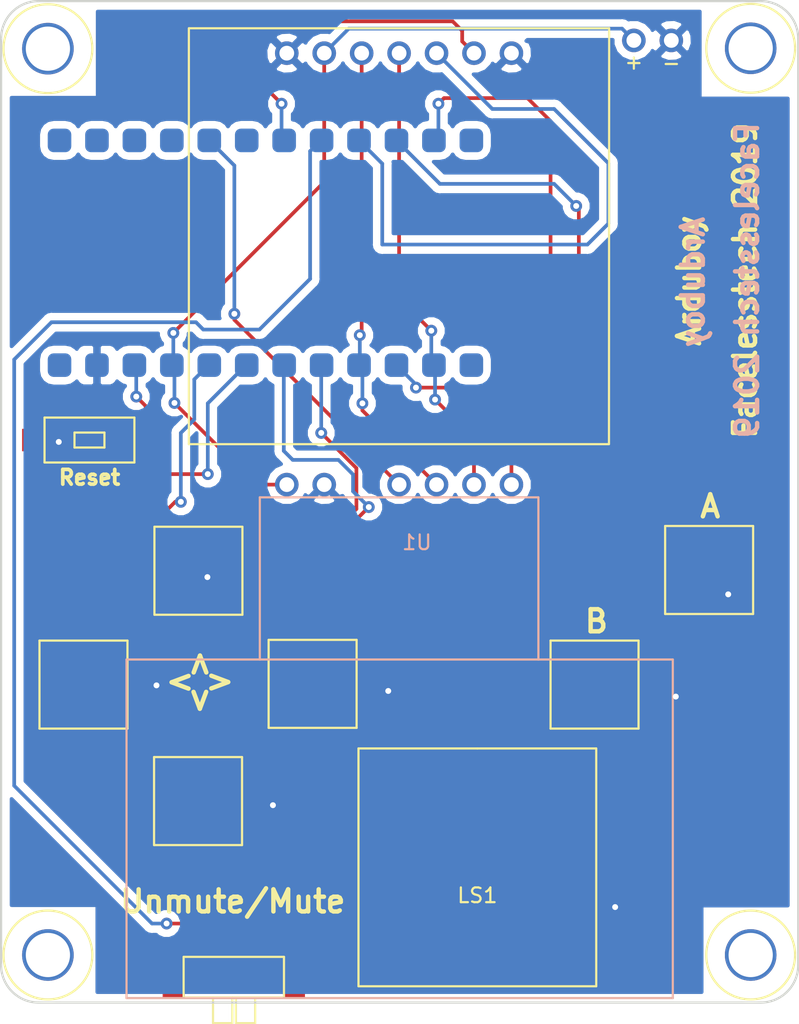
<source format=kicad_pcb>
(kicad_pcb (version 20171130) (host pcbnew 5.0.2+dfsg1-1~bpo9+1)

  (general
    (thickness 1.6)
    (drawings 20)
    (tracks 161)
    (zones 0)
    (modules 17)
    (nets 31)
  )

  (page A4)
  (layers
    (0 F.Cu signal)
    (31 B.Cu signal)
    (32 B.Adhes user)
    (33 F.Adhes user)
    (34 B.Paste user)
    (35 F.Paste user)
    (36 B.SilkS user)
    (37 F.SilkS user)
    (38 B.Mask user)
    (39 F.Mask user)
    (40 Dwgs.User user)
    (41 Cmts.User user)
    (42 Eco1.User user)
    (43 Eco2.User user)
    (44 Edge.Cuts user)
    (45 Margin user)
    (46 B.CrtYd user)
    (47 F.CrtYd user)
    (48 B.Fab user)
    (49 F.Fab user)
  )

  (setup
    (last_trace_width 0.25)
    (trace_clearance 0.2)
    (zone_clearance 0.508)
    (zone_45_only no)
    (trace_min 0.2)
    (segment_width 0.2)
    (edge_width 0.15)
    (via_size 0.8)
    (via_drill 0.4)
    (via_min_size 0.4)
    (via_min_drill 0.3)
    (uvia_size 0.3)
    (uvia_drill 0.1)
    (uvias_allowed no)
    (uvia_min_size 0.2)
    (uvia_min_drill 0.1)
    (pcb_text_width 0.3)
    (pcb_text_size 1.5 1.5)
    (mod_edge_width 0.15)
    (mod_text_size 1 1)
    (mod_text_width 0.15)
    (pad_size 1.524 1.524)
    (pad_drill 0.762)
    (pad_to_mask_clearance 0.051)
    (solder_mask_min_width 0.25)
    (aux_axis_origin 0 0)
    (visible_elements FFFFFF7F)
    (pcbplotparams
      (layerselection 0x010f0_ffffffff)
      (usegerberextensions false)
      (usegerberattributes false)
      (usegerberadvancedattributes false)
      (creategerberjobfile false)
      (excludeedgelayer true)
      (linewidth 0.100000)
      (plotframeref false)
      (viasonmask false)
      (mode 1)
      (useauxorigin false)
      (hpglpennumber 1)
      (hpglpenspeed 20)
      (hpglpendiameter 15.000000)
      (psnegative false)
      (psa4output false)
      (plotreference true)
      (plotvalue true)
      (plotinvisibletext false)
      (padsonsilk false)
      (subtractmaskfromsilk false)
      (outputformat 1)
      (mirror false)
      (drillshape 0)
      (scaleselection 1)
      (outputdirectory "gerbers/"))
  )

  (net 0 "")
  (net 1 "Net-(U1-Pad3)")
  (net 2 "Net-(LS1-Pad1)")
  (net 3 "Net-(U1-Pad5)")
  (net 4 "Net-(U1-Pad6)")
  (net 5 "Net-(U1-Pad1)")
  (net 6 "Net-(LS1-Pad2)")
  (net 7 "Net-(SW1-Pad1)")
  (net 8 "Net-(SW2-Pad2)")
  (net 9 "Net-(SW3-Pad2)")
  (net 10 "Net-(SW4-Pad2)")
  (net 11 "Net-(SW5-Pad2)")
  (net 12 "Net-(SW6-Pad2)")
  (net 13 "Net-(SW7-Pad2)")
  (net 14 "Net-(SW8-Pad1)")
  (net 15 "Net-(U3-Pad1)")
  (net 16 "Net-(U3-Pad2)")
  (net 17 "Net-(U3-Pad3)")
  (net 18 "Net-(U3-Pad4)")
  (net 19 "Net-(U3-Pad6)")
  (net 20 "Net-(U3-Pad7)")
  (net 21 "Net-(U3-Pad9)")
  (net 22 "Net-(U3-Pad12)")
  (net 23 "Net-(U3-Pad13)")
  (net 24 "Net-(U3-Pad24)")
  (net 25 "Net-(SW1-Pad3)")
  (net 26 "Net-(U1-Pad4)")
  (net 27 "Net-(U2-Pad1)")
  (net 28 "Net-(U5-Pad1)")
  (net 29 "Net-(U6-Pad1)")
  (net 30 "Net-(U7-Pad1)")

  (net_class Default "This is the default net class."
    (clearance 0.2)
    (trace_width 0.25)
    (via_dia 0.8)
    (via_drill 0.4)
    (uvia_dia 0.3)
    (uvia_drill 0.1)
    (add_net "Net-(LS1-Pad1)")
    (add_net "Net-(LS1-Pad2)")
    (add_net "Net-(SW1-Pad1)")
    (add_net "Net-(SW1-Pad3)")
    (add_net "Net-(SW2-Pad2)")
    (add_net "Net-(SW3-Pad2)")
    (add_net "Net-(SW4-Pad2)")
    (add_net "Net-(SW5-Pad2)")
    (add_net "Net-(SW6-Pad2)")
    (add_net "Net-(SW7-Pad2)")
    (add_net "Net-(SW8-Pad1)")
    (add_net "Net-(U1-Pad1)")
    (add_net "Net-(U1-Pad3)")
    (add_net "Net-(U1-Pad4)")
    (add_net "Net-(U1-Pad5)")
    (add_net "Net-(U1-Pad6)")
    (add_net "Net-(U2-Pad1)")
    (add_net "Net-(U3-Pad1)")
    (add_net "Net-(U3-Pad12)")
    (add_net "Net-(U3-Pad13)")
    (add_net "Net-(U3-Pad2)")
    (add_net "Net-(U3-Pad24)")
    (add_net "Net-(U3-Pad3)")
    (add_net "Net-(U3-Pad4)")
    (add_net "Net-(U3-Pad6)")
    (add_net "Net-(U3-Pad7)")
    (add_net "Net-(U3-Pad9)")
    (add_net "Net-(U5-Pad1)")
    (add_net "Net-(U6-Pad1)")
    (add_net "Net-(U7-Pad1)")
  )

  (module arduboy_flashcart_port:arduboy_flashcart_port_flashcart_outline (layer B.Cu) (tedit 5CE91003) (tstamp 5CF0BEF8)
    (at 214.5157 88.1126)
    (path /5CE35D7F)
    (fp_text reference U1 (at -0.0889 3.9243) (layer B.SilkS)
      (effects (font (size 1 1) (thickness 0.15)) (justify mirror))
    )
    (fp_text value arduboy_flashcart_header_custom (at -0.0254 2.3241) (layer B.Fab) hide
      (effects (font (size 1 1) (thickness 0.15)) (justify mirror))
    )
    (fp_line (start -10.7442 0.8636) (end -10.7442 11.8618) (layer B.SilkS) (width 0.15))
    (fp_line (start 8.1534 0.8636) (end 8.1534 11.8618) (layer B.SilkS) (width 0.15))
    (fp_line (start -10.7442 0.8636) (end 8.1534 0.8636) (layer B.SilkS) (width 0.15))
    (fp_line (start -10.7442 11.8618) (end 8.1534 11.8618) (layer B.SilkS) (width 0.15))
    (fp_line (start -10.7315 11.8618) (end -19.7866 11.8618) (layer B.SilkS) (width 0.15))
    (fp_line (start -19.7866 11.8618) (end -19.7866 34.8234) (layer B.SilkS) (width 0.15))
    (fp_line (start 8.1534 11.8618) (end 17.272 11.8618) (layer B.SilkS) (width 0.15))
    (fp_line (start 17.272 11.8618) (end 17.272 34.8234) (layer B.SilkS) (width 0.15))
    (fp_line (start 17.272 34.8234) (end -19.7866 34.8234) (layer B.SilkS) (width 0.15))
    (pad 3 thru_hole circle (at -1.2954 0) (size 1.6 1.6) (drill 1) (layers *.Cu *.Mask)
      (net 1 "Net-(U1-Pad3)"))
    (pad 4 thru_hole circle (at 1.2446 0) (size 1.6 1.6) (drill 1) (layers *.Cu *.Mask)
      (net 26 "Net-(U1-Pad4)"))
    (pad 5 thru_hole circle (at 3.7846 0) (size 1.6 1.6) (drill 1) (layers *.Cu *.Mask)
      (net 3 "Net-(U1-Pad5)"))
    (pad 6 thru_hole circle (at 6.3246 0) (size 1.6 1.6) (drill 1) (layers *.Cu *.Mask)
      (net 4 "Net-(U1-Pad6)"))
    (pad 1 thru_hole circle (at -8.9154 0) (size 1.6 1.6) (drill 1) (layers *.Cu *.Mask)
      (net 5 "Net-(U1-Pad1)"))
    (pad 2 thru_hole circle (at -6.3754 0) (size 1.6 1.6) (drill 1) (layers *.Cu *.Mask)
      (net 2 "Net-(LS1-Pad1)"))
  )

  (module speakers:piezo_smd (layer F.Cu) (tedit 5BC21BD9) (tstamp 5CF0A407)
    (at 218.5289 114.0714)
    (path /5CD88073)
    (fp_text reference LS1 (at 0 1.905) (layer F.SilkS)
      (effects (font (size 1 1) (thickness 0.15)))
    )
    (fp_text value Speaker (at 0 -2.6035) (layer F.Fab)
      (effects (font (size 1 1) (thickness 0.15)))
    )
    (fp_line (start 0 -8.0645) (end 8.0645 -8.0645) (layer F.SilkS) (width 0.15))
    (fp_line (start 8.0645 -8.0645) (end 8.0645 8.0645) (layer F.SilkS) (width 0.15))
    (fp_line (start 8.0645 8.0645) (end -8.0645 8.0645) (layer F.SilkS) (width 0.15))
    (fp_line (start -8.0645 8.0645) (end -8.0645 -8.0645) (layer F.SilkS) (width 0.15))
    (fp_line (start -8.0645 -8.0645) (end 0 -8.0645) (layer F.SilkS) (width 0.15))
    (pad 1 smd rect (at 8.3185 -0.0635) (size 1.524 3) (layers F.Cu F.Paste F.Mask)
      (net 2 "Net-(LS1-Pad1)"))
    (pad 2 smd rect (at -8.382 -0.0635) (size 1.524 3) (layers F.Cu F.Paste F.Mask)
      (net 6 "Net-(LS1-Pad2)"))
  )

  (module buttons_custom:smd_soft_custom (layer F.Cu) (tedit 5CE91019) (tstamp 5CFC965C)
    (at 191.8081 101.6762)
    (path /5CD8EF53)
    (fp_text reference SW2 (at 0 6.0325) (layer F.SilkS) hide
      (effects (font (size 1 1) (thickness 0.15)))
    )
    (fp_text value SW_Push (at 0 -4.826) (layer F.Fab) hide
      (effects (font (size 1 1) (thickness 0.15)))
    )
    (fp_line (start -2.9845 -2.9845) (end 2.9845 -2.9845) (layer F.SilkS) (width 0.15))
    (fp_line (start 2.9845 -2.9845) (end 2.9845 2.9845) (layer F.SilkS) (width 0.15))
    (fp_line (start 2.9845 2.9845) (end -2.9845 2.9845) (layer F.SilkS) (width 0.15))
    (fp_line (start -2.9845 2.9845) (end -2.9845 -2.9845) (layer F.SilkS) (width 0.15))
    (pad 1 smd rect (at 2.9845 0 90) (size 1.5 2) (layers F.Cu F.Paste F.Mask)
      (net 2 "Net-(LS1-Pad1)"))
    (pad 2 smd rect (at -2.9845 0 90) (size 1.5 2) (layers F.Cu F.Paste F.Mask)
      (net 8 "Net-(SW2-Pad2)"))
  )

  (module buttons_custom:smd_soft_custom (layer F.Cu) (tedit 5CE9101F) (tstamp 5CF607C7)
    (at 199.6059 93.9546)
    (path /5CD8EE64)
    (fp_text reference SW3 (at 0 6.0325) (layer F.SilkS) hide
      (effects (font (size 1 1) (thickness 0.15)))
    )
    (fp_text value SW_Push (at 0 -4.826) (layer F.Fab) hide
      (effects (font (size 1 1) (thickness 0.15)))
    )
    (fp_line (start -2.9845 -2.9845) (end 2.9845 -2.9845) (layer F.SilkS) (width 0.15))
    (fp_line (start 2.9845 -2.9845) (end 2.9845 2.9845) (layer F.SilkS) (width 0.15))
    (fp_line (start 2.9845 2.9845) (end -2.9845 2.9845) (layer F.SilkS) (width 0.15))
    (fp_line (start -2.9845 2.9845) (end -2.9845 -2.9845) (layer F.SilkS) (width 0.15))
    (pad 1 smd rect (at 2.9845 0 90) (size 1.5 2) (layers F.Cu F.Paste F.Mask)
      (net 2 "Net-(LS1-Pad1)"))
    (pad 2 smd rect (at -2.9845 0 90) (size 1.5 2) (layers F.Cu F.Paste F.Mask)
      (net 9 "Net-(SW3-Pad2)"))
  )

  (module buttons_custom:smd_soft_custom (layer F.Cu) (tedit 5CE91014) (tstamp 5CF0BDC3)
    (at 199.5805 109.5756)
    (path /5CD8EEE1)
    (fp_text reference SW4 (at 0 6.0325) (layer F.SilkS) hide
      (effects (font (size 1 1) (thickness 0.15)))
    )
    (fp_text value SW_Push (at 0 -4.826) (layer F.Fab) hide
      (effects (font (size 1 1) (thickness 0.15)))
    )
    (fp_line (start -2.9845 2.9845) (end -2.9845 -2.9845) (layer F.SilkS) (width 0.15))
    (fp_line (start 2.9845 2.9845) (end -2.9845 2.9845) (layer F.SilkS) (width 0.15))
    (fp_line (start 2.9845 -2.9845) (end 2.9845 2.9845) (layer F.SilkS) (width 0.15))
    (fp_line (start -2.9845 -2.9845) (end 2.9845 -2.9845) (layer F.SilkS) (width 0.15))
    (pad 2 smd rect (at -2.9845 0 90) (size 1.5 2) (layers F.Cu F.Paste F.Mask)
      (net 10 "Net-(SW4-Pad2)"))
    (pad 1 smd rect (at 2.9845 0 90) (size 1.5 2) (layers F.Cu F.Paste F.Mask)
      (net 2 "Net-(LS1-Pad1)"))
  )

  (module buttons_custom:smd_soft_custom (layer F.Cu) (tedit 5CE91025) (tstamp 5CF60853)
    (at 207.3529 101.6254)
    (path /5CD8EF8F)
    (fp_text reference SW5 (at 0 6.0325) (layer F.SilkS) hide
      (effects (font (size 1 1) (thickness 0.15)))
    )
    (fp_text value SW_Push (at 0 -4.826) (layer F.Fab) hide
      (effects (font (size 1 1) (thickness 0.15)))
    )
    (fp_line (start -2.9845 2.9845) (end -2.9845 -2.9845) (layer F.SilkS) (width 0.15))
    (fp_line (start 2.9845 2.9845) (end -2.9845 2.9845) (layer F.SilkS) (width 0.15))
    (fp_line (start 2.9845 -2.9845) (end 2.9845 2.9845) (layer F.SilkS) (width 0.15))
    (fp_line (start -2.9845 -2.9845) (end 2.9845 -2.9845) (layer F.SilkS) (width 0.15))
    (pad 2 smd rect (at -2.9845 0 90) (size 1.5 2) (layers F.Cu F.Paste F.Mask)
      (net 11 "Net-(SW5-Pad2)"))
    (pad 1 smd rect (at 2.9845 0 90) (size 1.5 2) (layers F.Cu F.Paste F.Mask)
      (net 2 "Net-(LS1-Pad1)"))
  )

  (module buttons_custom:smd_soft_custom (layer F.Cu) (tedit 5CE91059) (tstamp 5CFC9592)
    (at 226.4791 101.6762)
    (path /5CD8EFD1)
    (fp_text reference SW6 (at 0 6.0325) (layer F.SilkS) hide
      (effects (font (size 1 1) (thickness 0.15)))
    )
    (fp_text value SW_Push (at 0 -4.826) (layer F.Fab) hide
      (effects (font (size 1 1) (thickness 0.15)))
    )
    (fp_line (start -2.9845 -2.9845) (end 2.9845 -2.9845) (layer F.SilkS) (width 0.15))
    (fp_line (start 2.9845 -2.9845) (end 2.9845 2.9845) (layer F.SilkS) (width 0.15))
    (fp_line (start 2.9845 2.9845) (end -2.9845 2.9845) (layer F.SilkS) (width 0.15))
    (fp_line (start -2.9845 2.9845) (end -2.9845 -2.9845) (layer F.SilkS) (width 0.15))
    (pad 1 smd rect (at 2.9845 0 90) (size 1.5 2) (layers F.Cu F.Paste F.Mask)
      (net 2 "Net-(LS1-Pad1)"))
    (pad 2 smd rect (at -2.9845 0 90) (size 1.5 2) (layers F.Cu F.Paste F.Mask)
      (net 12 "Net-(SW6-Pad2)"))
  )

  (module buttons_custom:smd_soft_custom (layer F.Cu) (tedit 5CE9105D) (tstamp 5CF609B3)
    (at 234.2515 93.9038)
    (path /5CD8F01F)
    (fp_text reference SW7 (at 0 6.0325) (layer F.SilkS) hide
      (effects (font (size 1 1) (thickness 0.15)))
    )
    (fp_text value SW_Push (at 0 -4.826) (layer F.Fab) hide
      (effects (font (size 1 1) (thickness 0.15)))
    )
    (fp_line (start -2.9845 2.9845) (end -2.9845 -2.9845) (layer F.SilkS) (width 0.15))
    (fp_line (start 2.9845 2.9845) (end -2.9845 2.9845) (layer F.SilkS) (width 0.15))
    (fp_line (start 2.9845 -2.9845) (end 2.9845 2.9845) (layer F.SilkS) (width 0.15))
    (fp_line (start -2.9845 -2.9845) (end 2.9845 -2.9845) (layer F.SilkS) (width 0.15))
    (pad 2 smd rect (at -2.9845 0 90) (size 1.5 2) (layers F.Cu F.Paste F.Mask)
      (net 13 "Net-(SW7-Pad2)"))
    (pad 1 smd rect (at 2.9845 0 90) (size 1.5 2) (layers F.Cu F.Paste F.Mask)
      (net 2 "Net-(LS1-Pad1)"))
  )

  (module buttons_custom:tiny_smd_slide_switch_custom (layer F.Cu) (tedit 5CE58916) (tstamp 5CF0A6F4)
    (at 199.6567 120.142)
    (path /5CD8B4D8)
    (fp_text reference SW1 (at 2.4003 -5.08) (layer F.SilkS) hide
      (effects (font (size 1 1) (thickness 0.15)))
    )
    (fp_text value SW_Push_SPDT (at 2.2352 -3.2639) (layer F.Fab) hide
      (effects (font (size 1 1) (thickness 0.15)))
    )
    (fp_line (start -1.0541 0) (end 5.7531 0) (layer F.SilkS) (width 0.15))
    (fp_line (start 5.7531 0) (end 5.7531 2.7559) (layer F.SilkS) (width 0.15))
    (fp_line (start -1.0541 0) (end -1.0541 2.7559) (layer F.SilkS) (width 0.15))
    (fp_line (start -1.0541 2.7559) (end 5.7531 2.7559) (layer F.SilkS) (width 0.15))
    (fp_line (start 2.4892 2.7686) (end 2.4892 4.4831) (layer F.SilkS) (width 0.15))
    (fp_line (start 2.4892 4.4958) (end 3.7973 4.4958) (layer F.SilkS) (width 0.15))
    (fp_line (start 3.7973 4.4958) (end 3.7973 2.7686) (layer F.SilkS) (width 0.15))
    (fp_line (start 2.2479 2.7559) (end 2.2479 4.4958) (layer F.SilkS) (width 0.15))
    (fp_line (start 2.2479 4.4958) (end 0.9398 4.4958) (layer F.SilkS) (width 0.15))
    (fp_line (start 0.9398 4.4958) (end 0.9398 2.7559) (layer F.SilkS) (width 0.15))
    (pad 1 smd rect (at 0 -1.0033) (size 0.8 2) (layers F.Cu F.Paste F.Mask)
      (net 7 "Net-(SW1-Pad1)"))
    (pad 3 smd rect (at 4.7117 -1.0033) (size 0.8 2) (layers F.Cu F.Paste F.Mask)
      (net 25 "Net-(SW1-Pad3)"))
    (pad 2 smd rect (at 3.0099 -1.0033) (size 0.8 2) (layers F.Cu F.Paste F.Mask)
      (net 6 "Net-(LS1-Pad2)"))
    (pad 4 smd rect (at 6.4389 0.3302 90) (size 0.8 1.5) (layers F.Cu F.Paste F.Mask))
    (pad 4 smd rect (at 6.4262 2.4384 90) (size 0.8 1.5) (layers F.Cu F.Paste F.Mask))
    (pad 4 smd rect (at -1.7272 0.3175 90) (size 0.8 1.5) (layers F.Cu F.Paste F.Mask))
    (pad 4 smd rect (at -1.7272 2.4384 90) (size 0.8 1.5) (layers F.Cu F.Paste F.Mask))
  )

  (module buttons_custom:SMD_2pin_button_custom (layer F.Cu) (tedit 5CE90FFC) (tstamp 5CF6091F)
    (at 192.2145 85.09)
    (path /5CDC1B45)
    (fp_text reference SW8 (at 0 2.794) (layer F.SilkS) hide
      (effects (font (size 1 1) (thickness 0.15)))
    )
    (fp_text value SW_Push (at 0 -2.794) (layer F.Fab) hide
      (effects (font (size 1 1) (thickness 0.15)))
    )
    (fp_line (start -3.048 -1.524) (end 3.048 -1.524) (layer F.SilkS) (width 0.15))
    (fp_line (start 3.048 -1.524) (end 3.048 1.524) (layer F.SilkS) (width 0.15))
    (fp_line (start 3.048 1.524) (end -3.048 1.524) (layer F.SilkS) (width 0.15))
    (fp_line (start -3.048 1.524) (end -3.048 -1.524) (layer F.SilkS) (width 0.15))
    (fp_line (start -1.016 -0.508) (end 1.016 -0.508) (layer F.SilkS) (width 0.15))
    (fp_line (start 1.016 -0.508) (end 1.016 0.508) (layer F.SilkS) (width 0.15))
    (fp_line (start 1.016 0.508) (end -1.016 0.508) (layer F.SilkS) (width 0.15))
    (fp_line (start -1.016 0.508) (end -1.016 -0.508) (layer F.SilkS) (width 0.15))
    (pad 1 smd rect (at 3.81 0) (size 1.524 1.524) (layers F.Cu F.Paste F.Mask)
      (net 14 "Net-(SW8-Pad1)"))
    (pad 2 smd rect (at -3.81 0) (size 1.524 1.524) (layers F.Cu F.Paste F.Mask)
      (net 2 "Net-(LS1-Pad1)"))
  )

  (module screens:SSD1306_oled_screen (layer F.Cu) (tedit 5CE90FD3) (tstamp 5CF0BFE4)
    (at 213.2203 58.8518)
    (path /5CD700A5)
    (fp_text reference U4 (at -0.0127 -13.8938) (layer F.SilkS) hide
      (effects (font (size 1 1) (thickness 0.15)))
    )
    (fp_text value ssd1306 (at -0.6604 -19.05) (layer F.Fab) hide
      (effects (font (size 1 1) (thickness 0.15)))
    )
    (fp_line (start -14.2494 -1.6891) (end 14.2494 -1.6891) (layer F.SilkS) (width 0.15))
    (fp_line (start 14.2494 -1.6891) (end 14.2367 26.5176) (layer F.SilkS) (width 0.15))
    (fp_line (start -14.2621 -1.6891) (end -14.2621 26.5176) (layer F.SilkS) (width 0.15))
    (fp_line (start -14.2621 26.5176) (end 14.224 26.5176) (layer F.SilkS) (width 0.15))
    (pad 4 thru_hole circle (at 0 0) (size 1.6 1.6) (drill 1) (layers *.Cu *.Mask)
      (net 3 "Net-(U1-Pad5)"))
    (pad 3 thru_hole circle (at -2.54 0) (size 1.6 1.6) (drill 1) (layers *.Cu *.Mask)
      (net 26 "Net-(U1-Pad4)"))
    (pad 2 thru_hole circle (at -5.08 0) (size 1.6 1.6) (drill 1) (layers *.Cu *.Mask)
      (net 5 "Net-(U1-Pad1)"))
    (pad 1 thru_hole circle (at -7.62 0) (size 1.6 1.6) (drill 1) (layers *.Cu *.Mask)
      (net 2 "Net-(LS1-Pad1)"))
    (pad 5 thru_hole circle (at 2.54 0) (size 1.6 1.6) (drill 1) (layers *.Cu *.Mask)
      (net 21 "Net-(U3-Pad9)"))
    (pad 6 thru_hole circle (at 5.08 0) (size 1.6 1.6) (drill 1) (layers *.Cu *.Mask)
      (net 20 "Net-(U3-Pad7)"))
    (pad 7 thru_hole circle (at 7.62 0) (size 1.6 1.6) (drill 1) (layers *.Cu *.Mask)
      (net 2 "Net-(LS1-Pad1)"))
  )

  (module m3_hole_custom:m3_hole_custom (layer F.Cu) (tedit 5CE91036) (tstamp 5CFCA84E)
    (at 189.3951 120.015)
    (path /5CE49055)
    (fp_text reference U2 (at 0 2.921) (layer F.SilkS) hide
      (effects (font (size 1 1) (thickness 0.15)))
    )
    (fp_text value m3_standsoffs (at 0 -2.921) (layer F.Fab) hide
      (effects (font (size 1 1) (thickness 0.15)))
    )
    (fp_circle (center 0 0) (end 2.8575 0.9525) (layer F.SilkS) (width 0.15))
    (pad 1 thru_hole circle (at 0 0) (size 3.5 3.5) (drill 3) (layers *.Cu *.Mask)
      (net 27 "Net-(U2-Pad1)"))
  )

  (module m3_hole_custom:m3_hole_custom (layer F.Cu) (tedit 5CE90FF2) (tstamp 5CFCA762)
    (at 189.3951 58.547)
    (path /5CE4911B)
    (fp_text reference U5 (at 0 2.921) (layer F.SilkS) hide
      (effects (font (size 1 1) (thickness 0.15)))
    )
    (fp_text value m3_standsoffs (at 0 -2.921) (layer F.Fab) hide
      (effects (font (size 1 1) (thickness 0.15)))
    )
    (fp_circle (center 0 0) (end 2.8575 0.9525) (layer F.SilkS) (width 0.15))
    (pad 1 thru_hole circle (at 0 0) (size 3.5 3.5) (drill 3) (layers *.Cu *.Mask)
      (net 28 "Net-(U5-Pad1)"))
  )

  (module m3_hole_custom:m3_hole_custom (layer F.Cu) (tedit 5CE91049) (tstamp 5CFCA87E)
    (at 237.0709 120.015)
    (path /5CE49171)
    (fp_text reference U6 (at 0 2.921) (layer F.SilkS) hide
      (effects (font (size 1 1) (thickness 0.15)))
    )
    (fp_text value m3_standsoffs (at 0 -2.921) (layer F.Fab) hide
      (effects (font (size 1 1) (thickness 0.15)))
    )
    (fp_circle (center 0 0) (end 2.8575 0.9525) (layer F.SilkS) (width 0.15))
    (pad 1 thru_hole circle (at 0 0) (size 3.5 3.5) (drill 3) (layers *.Cu *.Mask)
      (net 29 "Net-(U6-Pad1)"))
  )

  (module m3_hole_custom:m3_hole_custom (layer F.Cu) (tedit 5CE90FDE) (tstamp 5CFCA7BB)
    (at 237.0709 58.5216)
    (path /5CE491A3)
    (fp_text reference U7 (at 0 2.921) (layer F.SilkS) hide
      (effects (font (size 1 1) (thickness 0.15)))
    )
    (fp_text value m3_standsoffs (at 0 -2.921) (layer F.Fab) hide
      (effects (font (size 1 1) (thickness 0.15)))
    )
    (fp_circle (center 0 0) (end 2.8575 0.9525) (layer F.SilkS) (width 0.15))
    (pad 1 thru_hole circle (at 0 0) (size 3.5 3.5) (drill 3) (layers *.Cu *.Mask)
      (net 30 "Net-(U7-Pad1)"))
  )

  (module battery_connector_custom:battery_connector_custom (layer F.Cu) (tedit 5CE90FDB) (tstamp 5CFCA6C2)
    (at 230.4161 57.9882 180)
    (path /5CE4C8F0)
    (fp_text reference U8 (at 3.4925 0 270) (layer F.SilkS) hide
      (effects (font (size 1 1) (thickness 0.15)))
    )
    (fp_text value battery_custom (at -3.429 0 270) (layer F.Fab) hide
      (effects (font (size 1 1) (thickness 0.15)))
    )
    (fp_text user + (at 1.27 -1.4605 180) (layer F.SilkS)
      (effects (font (size 1 1) (thickness 0.15)))
    )
    (fp_text user - (at -1.27 -1.524 180) (layer F.SilkS)
      (effects (font (size 1 1) (thickness 0.15)))
    )
    (pad 1 thru_hole circle (at -1.27 0 180) (size 1.6 1.6) (drill 1) (layers *.Cu *.Mask)
      (net 2 "Net-(LS1-Pad1)"))
    (pad 2 thru_hole circle (at 1.27 0 180) (size 1.6 1.6) (drill 1) (layers *.Cu *.Mask)
      (net 5 "Net-(U1-Pad1)"))
  )

  (module promicro:ProMicro_smd_pads (layer B.Cu) (tedit 5CE986F6) (tstamp 5CF61D0D)
    (at 204.1525 72.39)
    (descr "Pro Micro footprint")
    (tags "promicro ProMicro")
    (path /5CD6FD88)
    (attr smd)
    (fp_text reference U3 (at 0 10.16) (layer B.SilkS) hide
      (effects (font (size 1 1) (thickness 0.15)) (justify mirror))
    )
    (fp_text value ProMicro (at 0 -10.16) (layer B.Fab) hide
      (effects (font (size 1 1) (thickness 0.15)) (justify mirror))
    )
    (fp_line (start -15.24 -8.89) (end 15.24 -8.89) (layer F.Fab) (width 0.15))
    (fp_line (start -15.24 -8.89) (end -15.24 -3.81) (layer F.Fab) (width 0.15))
    (fp_line (start -15.24 -3.81) (end -17.78 -3.81) (layer F.Fab) (width 0.15))
    (fp_line (start -17.78 -3.81) (end -17.78 3.81) (layer F.Fab) (width 0.15))
    (fp_line (start -17.78 3.81) (end -15.24 3.81) (layer F.Fab) (width 0.15))
    (fp_line (start -15.24 3.81) (end -15.24 8.89) (layer F.Fab) (width 0.15))
    (fp_line (start -15.24 8.89) (end 15.24 8.89) (layer F.Fab) (width 0.15))
    (fp_line (start 15.24 8.89) (end 15.24 -8.89) (layer F.Fab) (width 0.15))
    (pad 1 smd roundrect (at -13.97 -7.62) (size 1.6 1.6) (layers B.Cu B.Paste B.Mask) (roundrect_rratio 0.25)
      (net 15 "Net-(U3-Pad1)"))
    (pad 2 smd roundrect (at -11.43 -7.62) (size 1.6 1.6) (layers B.Cu B.Paste B.Mask) (roundrect_rratio 0.25)
      (net 16 "Net-(U3-Pad2)"))
    (pad 3 smd roundrect (at -8.89 -7.62) (size 1.6 1.6) (layers B.Cu B.Paste B.Mask) (roundrect_rratio 0.25)
      (net 17 "Net-(U3-Pad3)"))
    (pad 4 smd roundrect (at -6.35 -7.62) (size 1.6 1.6) (layers B.Cu B.Paste B.Mask) (roundrect_rratio 0.25)
      (net 18 "Net-(U3-Pad4)"))
    (pad 5 smd roundrect (at -3.81 -7.62) (size 1.6 1.6) (layers B.Cu B.Paste B.Mask) (roundrect_rratio 0.25)
      (net 1 "Net-(U1-Pad3)"))
    (pad 6 smd roundrect (at -1.27 -7.62) (size 1.6 1.6) (layers B.Cu B.Paste B.Mask) (roundrect_rratio 0.25)
      (net 19 "Net-(U3-Pad6)"))
    (pad 7 smd roundrect (at 1.27 -7.62) (size 1.6 1.6) (layers B.Cu B.Paste B.Mask) (roundrect_rratio 0.25)
      (net 20 "Net-(U3-Pad7)"))
    (pad 8 smd roundrect (at 3.81 -7.62) (size 1.6 1.6) (layers B.Cu B.Paste B.Mask) (roundrect_rratio 0.25)
      (net 7 "Net-(SW1-Pad1)"))
    (pad 9 smd roundrect (at 6.35 -7.62) (size 1.6 1.6) (layers B.Cu B.Paste B.Mask) (roundrect_rratio 0.25)
      (net 21 "Net-(U3-Pad9)"))
    (pad 10 smd roundrect (at 8.89 -7.62) (size 1.6 1.6) (layers B.Cu B.Paste B.Mask) (roundrect_rratio 0.25)
      (net 13 "Net-(SW7-Pad2)"))
    (pad 11 smd roundrect (at 11.43 -7.62) (size 1.6 1.6) (layers B.Cu B.Paste B.Mask) (roundrect_rratio 0.25)
      (net 12 "Net-(SW6-Pad2)"))
    (pad 12 smd roundrect (at 13.97 -7.62) (size 1.6 1.6) (layers B.Cu B.Paste B.Mask) (roundrect_rratio 0.25)
      (net 22 "Net-(U3-Pad12)"))
    (pad 13 smd roundrect (at 13.97 7.62) (size 1.6 1.6) (layers B.Cu B.Paste B.Mask) (roundrect_rratio 0.25)
      (net 23 "Net-(U3-Pad13)"))
    (pad 14 smd roundrect (at 11.43 7.62) (size 1.6 1.6) (layers B.Cu B.Paste B.Mask) (roundrect_rratio 0.25)
      (net 3 "Net-(U1-Pad5)"))
    (pad 15 connect roundrect (at 8.89 7.62) (size 1.6 1.6) (layers B.Cu B.Mask) (roundrect_rratio 0.25)
      (net 4 "Net-(U1-Pad6)"))
    (pad 16 smd roundrect (at 6.35 7.62) (size 1.6 1.6) (layers B.Cu B.Paste B.Mask) (roundrect_rratio 0.25)
      (net 26 "Net-(U1-Pad4)"))
    (pad 17 smd roundrect (at 3.81 7.62) (size 1.6 1.6) (layers B.Cu B.Paste B.Mask) (roundrect_rratio 0.25)
      (net 9 "Net-(SW3-Pad2)"))
    (pad 18 smd roundrect (at 1.27 7.62) (size 1.6 1.6) (layers B.Cu B.Paste B.Mask) (roundrect_rratio 0.25)
      (net 11 "Net-(SW5-Pad2)"))
    (pad 19 smd roundrect (at -1.27 7.62) (size 1.6 1.6) (layers B.Cu B.Paste B.Mask) (roundrect_rratio 0.25)
      (net 8 "Net-(SW2-Pad2)"))
    (pad 20 smd roundrect (at -3.81 7.62) (size 1.6 1.6) (layers B.Cu B.Paste B.Mask) (roundrect_rratio 0.25)
      (net 10 "Net-(SW4-Pad2)"))
    (pad 21 smd roundrect (at -6.35 7.62) (size 1.6 1.6) (layers B.Cu B.Paste B.Mask) (roundrect_rratio 0.25)
      (net 5 "Net-(U1-Pad1)"))
    (pad 22 smd roundrect (at -8.89 7.62) (size 1.6 1.6) (layers B.Cu B.Paste B.Mask) (roundrect_rratio 0.25)
      (net 14 "Net-(SW8-Pad1)"))
    (pad 23 smd roundrect (at -11.43 7.62) (size 1.6 1.6) (layers B.Cu B.Paste B.Mask) (roundrect_rratio 0.25)
      (net 2 "Net-(LS1-Pad1)"))
    (pad 24 smd roundrect (at -13.97 7.62) (size 1.6 1.6) (layers B.Cu B.Paste B.Mask) (roundrect_rratio 0.25)
      (net 24 "Net-(U3-Pad24)"))
  )

  (gr_text Arduboy (at 233.1466 74.3839 90) (layer B.SilkS) (tstamp 5D321B5A)
    (effects (font (size 1.5 1.5) (thickness 0.3)) (justify mirror))
  )
  (gr_text "Facelesstech 2019" (at 236.8296 74.2569 90) (layer B.SilkS) (tstamp 5D321B55)
    (effects (font (size 1.5 1.5) (thickness 0.3)) (justify mirror))
  )
  (gr_text Arduboy (at 232.8926 74.2823 90) (layer F.SilkS)
    (effects (font (size 1.5 1.5) (thickness 0.3)))
  )
  (gr_text "Facelesstech 2019" (at 236.6899 74.2823 90) (layer F.SilkS) (tstamp 5D321B4F)
    (effects (font (size 1.5 1.5) (thickness 0.3)))
  )
  (gr_text Reset (at 192.2145 87.63) (layer F.SilkS)
    (effects (font (size 1 1) (thickness 0.25)))
  )
  (gr_text > (at 198.3613 101.6254 180) (layer F.SilkS) (tstamp 5CF60794)
    (effects (font (size 1.5 1.5) (thickness 0.3)))
  )
  (gr_text > (at 201.0537 101.3968) (layer F.SilkS) (tstamp 5CF607A9)
    (effects (font (size 1.5 1.5) (thickness 0.3)))
  )
  (gr_text > (at 199.8091 102.743 270) (layer F.SilkS) (tstamp 5CF60794)
    (effects (font (size 1.5 1.5) (thickness 0.3)))
  )
  (gr_text > (at 199.6059 100.2792 90) (layer F.SilkS)
    (effects (font (size 1.5 1.5) (thickness 0.3)))
  )
  (gr_text B (at 226.6061 97.3836) (layer F.SilkS)
    (effects (font (size 1.5 1.5) (thickness 0.3)))
  )
  (gr_text A (at 234.3277 89.5858) (layer F.SilkS)
    (effects (font (size 1.5 1.5) (thickness 0.3)))
  )
  (gr_text Unmute/Mute (at 201.9427 116.3828) (layer F.SilkS)
    (effects (font (size 1.5 1.5) (thickness 0.3)))
  )
  (gr_line (start 186.2201 57.8612) (end 186.2201 120.6754) (layer Edge.Cuts) (width 0.15))
  (gr_line (start 237.7567 55.3212) (end 188.7601 55.3212) (layer Edge.Cuts) (width 0.15))
  (gr_line (start 240.2967 120.7008) (end 240.2967 57.8866) (layer Edge.Cuts) (width 0.15))
  (gr_line (start 188.7601 123.2408) (end 237.7567 123.2408) (layer Edge.Cuts) (width 0.15))
  (gr_arc (start 188.7601 120.7008) (end 186.2201 120.7008) (angle -90) (layer Edge.Cuts) (width 0.15))
  (gr_arc (start 188.7601 57.8612) (end 188.7601 55.3212) (angle -90) (layer Edge.Cuts) (width 0.15))
  (gr_arc (start 237.7567 57.8612) (end 240.2967 57.8612) (angle -90) (layer Edge.Cuts) (width 0.15))
  (gr_arc (start 237.7567 120.7008) (end 237.7567 123.2408) (angle -90) (layer Edge.Cuts) (width 0.15))

  (via (at 202.0443 76.5302) (size 0.8) (drill 0.4) (layers F.Cu B.Cu) (net 1))
  (segment (start 202.0443 76.9366) (end 202.0443 76.5302) (width 0.25) (layer F.Cu) (net 1))
  (segment (start 213.2203 88.1126) (end 202.0443 76.9366) (width 0.25) (layer F.Cu) (net 1))
  (segment (start 202.0443 66.4718) (end 200.3171 64.7446) (width 0.25) (layer B.Cu) (net 1))
  (segment (start 202.0443 76.5302) (end 202.0443 66.4718) (width 0.25) (layer B.Cu) (net 1))
  (segment (start 190.0047 85.09) (end 190.1317 85.217) (width 0.25) (layer F.Cu) (net 2))
  (via (at 190.1317 85.217) (size 0.8) (drill 0.4) (layers F.Cu B.Cu) (net 2))
  (segment (start 188.4045 85.09) (end 190.0047 85.09) (width 0.25) (layer F.Cu) (net 2))
  (via (at 196.7611 101.727) (size 0.8) (drill 0.4) (layers F.Cu B.Cu) (net 2))
  (segment (start 196.7103 101.6762) (end 196.7611 101.727) (width 0.25) (layer F.Cu) (net 2))
  (segment (start 194.7926 101.6762) (end 196.7103 101.6762) (width 0.25) (layer F.Cu) (net 2))
  (via (at 204.6605 109.855) (size 0.8) (drill 0.4) (layers F.Cu B.Cu) (net 2))
  (segment (start 204.3811 109.5756) (end 204.6605 109.855) (width 0.25) (layer F.Cu) (net 2))
  (segment (start 202.565 109.5756) (end 204.3811 109.5756) (width 0.25) (layer F.Cu) (net 2))
  (via (at 212.4837 102.108) (size 0.8) (drill 0.4) (layers F.Cu B.Cu) (net 2))
  (segment (start 212.0011 101.6254) (end 212.4837 102.108) (width 0.25) (layer F.Cu) (net 2))
  (segment (start 210.3374 101.6254) (end 212.0011 101.6254) (width 0.25) (layer F.Cu) (net 2))
  (via (at 200.2155 94.3864) (size 0.8) (drill 0.4) (layers F.Cu B.Cu) (net 2))
  (segment (start 200.6473 93.9546) (end 200.2155 94.3864) (width 0.25) (layer F.Cu) (net 2))
  (segment (start 202.5904 93.9546) (end 200.6473 93.9546) (width 0.25) (layer F.Cu) (net 2))
  (via (at 231.9909 102.489) (size 0.8) (drill 0.4) (layers F.Cu B.Cu) (net 2))
  (segment (start 231.1781 101.6762) (end 231.9909 102.489) (width 0.25) (layer F.Cu) (net 2))
  (segment (start 229.4636 101.6762) (end 231.1781 101.6762) (width 0.25) (layer F.Cu) (net 2))
  (segment (start 227.8761 115.7746) (end 227.8761 116.7638) (width 0.25) (layer F.Cu) (net 2))
  (via (at 227.8761 116.7638) (size 0.8) (drill 0.4) (layers F.Cu B.Cu) (net 2))
  (segment (start 226.8474 114.7459) (end 227.8761 115.7746) (width 0.25) (layer F.Cu) (net 2))
  (segment (start 226.8474 114.0079) (end 226.8474 114.7459) (width 0.25) (layer F.Cu) (net 2))
  (segment (start 237.1979 93.9038) (end 235.5469 95.5548) (width 0.25) (layer F.Cu) (net 2))
  (via (at 235.5469 95.5548) (size 0.8) (drill 0.4) (layers F.Cu B.Cu) (net 2))
  (segment (start 237.236 93.9038) (end 237.1979 93.9038) (width 0.25) (layer F.Cu) (net 2))
  (via (at 215.4047 77.6732) (size 0.8) (drill 0.4) (layers F.Cu B.Cu) (net 3))
  (segment (start 213.2203 75.4888) (end 215.4047 77.6732) (width 0.25) (layer F.Cu) (net 3))
  (segment (start 213.2203 58.8518) (end 213.2203 75.4888) (width 0.25) (layer F.Cu) (net 3))
  (segment (start 215.4047 79.8322) (end 215.5571 79.9846) (width 0.25) (layer B.Cu) (net 3))
  (segment (start 215.4047 77.6732) (end 215.4047 79.8322) (width 0.25) (layer B.Cu) (net 3))
  (via (at 215.6587 82.3468) (size 0.8) (drill 0.4) (layers F.Cu B.Cu) (net 3))
  (segment (start 218.3003 84.9884) (end 215.6587 82.3468) (width 0.25) (layer F.Cu) (net 3))
  (segment (start 218.3003 88.1126) (end 218.3003 84.9884) (width 0.25) (layer F.Cu) (net 3))
  (segment (start 215.6587 80.0862) (end 215.5571 79.9846) (width 0.25) (layer B.Cu) (net 3))
  (segment (start 215.6587 82.3468) (end 215.6587 80.0862) (width 0.25) (layer B.Cu) (net 3))
  (segment (start 220.8403 88.1126) (end 220.8403 85.7504) (width 0.25) (layer F.Cu) (net 4))
  (segment (start 220.8403 85.7504) (end 216.6239 81.534) (width 0.25) (layer F.Cu) (net 4))
  (via (at 214.3633 81.534) (size 0.8) (drill 0.4) (layers F.Cu B.Cu) (net 4))
  (segment (start 216.6239 81.534) (end 214.3633 81.534) (width 0.25) (layer F.Cu) (net 4))
  (segment (start 214.3633 81.3308) (end 213.0171 79.9846) (width 0.25) (layer B.Cu) (net 4))
  (segment (start 214.3633 81.534) (end 214.3633 81.3308) (width 0.25) (layer B.Cu) (net 4))
  (via (at 197.9041 77.8256) (size 0.8) (drill 0.4) (layers F.Cu B.Cu) (net 5))
  (segment (start 208.1403 67.5894) (end 197.9041 77.8256) (width 0.25) (layer F.Cu) (net 5))
  (segment (start 197.9041 79.8576) (end 197.7771 79.9846) (width 0.25) (layer B.Cu) (net 5))
  (segment (start 197.9041 77.8256) (end 197.9041 79.8576) (width 0.25) (layer B.Cu) (net 5))
  (segment (start 203.5175 88.1126) (end 197.9803 82.5754) (width 0.25) (layer F.Cu) (net 5))
  (via (at 197.9803 82.5754) (size 0.8) (drill 0.4) (layers F.Cu B.Cu) (net 5))
  (segment (start 205.6003 88.1126) (end 203.5175 88.1126) (width 0.25) (layer F.Cu) (net 5))
  (segment (start 197.9803 80.1878) (end 197.7771 79.9846) (width 0.25) (layer B.Cu) (net 5))
  (segment (start 197.9803 82.5754) (end 197.9803 80.1878) (width 0.25) (layer B.Cu) (net 5))
  (segment (start 208.1403 58.8518) (end 208.1403 67.5894) (width 0.25) (layer F.Cu) (net 5))
  (segment (start 209.803899 57.188201) (end 228.346101 57.188201) (width 0.25) (layer B.Cu) (net 5))
  (segment (start 228.346101 57.188201) (end 229.1461 57.9882) (width 0.25) (layer B.Cu) (net 5))
  (segment (start 208.1403 58.8518) (end 209.803899 57.188201) (width 0.25) (layer B.Cu) (net 5))
  (segment (start 202.6666 117.6751) (end 202.6666 119.1387) (width 0.25) (layer F.Cu) (net 6))
  (segment (start 206.3338 114.0079) (end 202.6666 117.6751) (width 0.25) (layer F.Cu) (net 6))
  (segment (start 210.1469 114.0079) (end 206.3338 114.0079) (width 0.25) (layer F.Cu) (net 6))
  (segment (start 207.183547 65.498153) (end 207.183547 74.159553) (width 0.25) (layer B.Cu) (net 7))
  (segment (start 207.9371 64.7446) (end 207.183547 65.498153) (width 0.25) (layer B.Cu) (net 7))
  (segment (start 207.183547 74.159553) (end 203.7461 77.597) (width 0.25) (layer B.Cu) (net 7))
  (segment (start 203.7461 77.597) (end 199.9361 77.597) (width 0.25) (layer B.Cu) (net 7))
  (segment (start 199.439699 77.100599) (end 189.637501 77.100599) (width 0.25) (layer B.Cu) (net 7))
  (segment (start 199.9361 77.597) (end 199.439699 77.100599) (width 0.25) (layer B.Cu) (net 7))
  (segment (start 189.637501 77.100599) (end 187.1091 79.629) (width 0.25) (layer B.Cu) (net 7))
  (segment (start 187.1091 79.629) (end 187.1091 108.5342) (width 0.25) (layer B.Cu) (net 7))
  (via (at 197.4469 117.8814) (size 0.8) (drill 0.4) (layers F.Cu B.Cu) (net 7))
  (segment (start 196.4563 117.8814) (end 197.4469 117.8814) (width 0.25) (layer B.Cu) (net 7))
  (segment (start 187.1091 108.5342) (end 196.4563 117.8814) (width 0.25) (layer B.Cu) (net 7))
  (segment (start 199.6567 118.5387) (end 199.6567 119.1387) (width 0.25) (layer F.Cu) (net 7))
  (segment (start 198.9994 117.8814) (end 199.6567 118.5387) (width 0.25) (layer F.Cu) (net 7))
  (segment (start 197.4469 117.8814) (end 198.9994 117.8814) (width 0.25) (layer F.Cu) (net 7))
  (segment (start 188.8236 100.6762) (end 194.3227 95.1771) (width 0.25) (layer F.Cu) (net 8))
  (segment (start 188.8236 101.6762) (end 188.8236 100.6762) (width 0.25) (layer F.Cu) (net 8))
  (segment (start 194.3227 95.1771) (end 194.3227 90.7034) (width 0.25) (layer F.Cu) (net 8))
  (segment (start 197.6247 87.4014) (end 200.2409 87.4014) (width 0.25) (layer F.Cu) (net 8))
  (via (at 200.2409 87.4014) (size 0.8) (drill 0.4) (layers F.Cu B.Cu) (net 8))
  (segment (start 194.3227 90.7034) (end 197.6247 87.4014) (width 0.25) (layer F.Cu) (net 8))
  (segment (start 200.2409 82.6008) (end 202.8571 79.9846) (width 0.25) (layer B.Cu) (net 8))
  (segment (start 200.2409 87.4014) (end 200.2409 82.6008) (width 0.25) (layer B.Cu) (net 8))
  (segment (start 196.6214 92.9546) (end 198.6186 90.9574) (width 0.25) (layer F.Cu) (net 9))
  (segment (start 196.6214 93.9546) (end 196.6214 92.9546) (width 0.25) (layer F.Cu) (net 9))
  (segment (start 198.6186 90.9574) (end 209.1309 90.9574) (width 0.25) (layer F.Cu) (net 9))
  (segment (start 209.1309 90.9574) (end 210.3247 89.7636) (width 0.25) (layer F.Cu) (net 9))
  (segment (start 210.3247 86.995) (end 207.9371 84.6074) (width 0.25) (layer F.Cu) (net 9))
  (via (at 207.9371 84.6074) (size 0.8) (drill 0.4) (layers F.Cu B.Cu) (net 9))
  (segment (start 210.3247 89.7636) (end 210.3247 86.995) (width 0.25) (layer F.Cu) (net 9))
  (segment (start 207.9371 84.6074) (end 207.9371 79.9846) (width 0.25) (layer B.Cu) (net 9))
  (segment (start 196.596 109.5756) (end 191.0207 109.5756) (width 0.25) (layer F.Cu) (net 10))
  (segment (start 191.0207 109.5756) (end 189.7507 108.3056) (width 0.25) (layer F.Cu) (net 10))
  (segment (start 189.7507 108.3056) (end 189.7507 103.632) (width 0.25) (layer F.Cu) (net 10))
  (segment (start 189.7507 103.632) (end 194.9831 98.3996) (width 0.25) (layer F.Cu) (net 10))
  (segment (start 194.9831 98.3996) (end 194.9831 92.329) (width 0.25) (layer F.Cu) (net 10))
  (via (at 198.4121 89.281) (size 0.8) (drill 0.4) (layers F.Cu B.Cu) (net 10))
  (segment (start 198.0311 89.281) (end 198.4121 89.281) (width 0.25) (layer F.Cu) (net 10))
  (segment (start 194.9831 92.329) (end 198.0311 89.281) (width 0.25) (layer F.Cu) (net 10))
  (segment (start 198.4121 89.281) (end 198.4121 84.6074) (width 0.25) (layer B.Cu) (net 10))
  (segment (start 198.4121 84.6074) (end 199.3265 83.693) (width 0.25) (layer B.Cu) (net 10))
  (segment (start 199.3265 80.9752) (end 200.3171 79.9846) (width 0.25) (layer B.Cu) (net 10))
  (segment (start 199.3265 83.693) (end 199.3265 80.9752) (width 0.25) (layer B.Cu) (net 10))
  (via (at 211.1629 89.6366) (size 0.8) (drill 0.4) (layers F.Cu B.Cu) (net 11))
  (segment (start 204.3684 96.4311) (end 211.1629 89.6366) (width 0.25) (layer F.Cu) (net 11))
  (segment (start 204.3684 101.6254) (end 204.3684 96.4311) (width 0.25) (layer F.Cu) (net 11))
  (segment (start 205.3971 85.8266) (end 205.3971 79.9846) (width 0.25) (layer B.Cu) (net 11))
  (segment (start 206.0067 86.4362) (end 205.3971 85.8266) (width 0.25) (layer B.Cu) (net 11))
  (segment (start 211.1629 89.6366) (end 210.0961 88.5698) (width 0.25) (layer B.Cu) (net 11))
  (segment (start 210.0961 88.5698) (end 210.0961 87.4268) (width 0.25) (layer B.Cu) (net 11))
  (segment (start 210.0961 87.4268) (end 209.1055 86.4362) (width 0.25) (layer B.Cu) (net 11))
  (segment (start 209.1055 86.4362) (end 206.0067 86.4362) (width 0.25) (layer B.Cu) (net 11))
  (segment (start 223.4946 63.4611) (end 221.9333 61.8998) (width 0.25) (layer F.Cu) (net 12))
  (segment (start 223.4946 101.6762) (end 223.4946 63.4611) (width 0.25) (layer F.Cu) (net 12))
  (via (at 215.8873 62.2808) (size 0.8) (drill 0.4) (layers F.Cu B.Cu) (net 12))
  (segment (start 216.2683 61.8998) (end 215.8873 62.2808) (width 0.25) (layer F.Cu) (net 12))
  (segment (start 221.9333 61.8998) (end 216.2683 61.8998) (width 0.25) (layer F.Cu) (net 12))
  (segment (start 215.8873 64.4144) (end 215.5571 64.7446) (width 0.25) (layer B.Cu) (net 12))
  (segment (start 215.8873 62.2808) (end 215.8873 64.4144) (width 0.25) (layer B.Cu) (net 12))
  (segment (start 231.017 93.9038) (end 225.4123 88.2991) (width 0.25) (layer F.Cu) (net 13))
  (segment (start 231.267 93.9038) (end 231.017 93.9038) (width 0.25) (layer F.Cu) (net 13))
  (via (at 225.2345 69.215) (size 0.8) (drill 0.4) (layers F.Cu B.Cu) (net 13))
  (segment (start 225.4123 69.3928) (end 225.2345 69.215) (width 0.25) (layer F.Cu) (net 13))
  (segment (start 225.4123 88.2991) (end 225.4123 69.3928) (width 0.25) (layer F.Cu) (net 13))
  (segment (start 225.2345 69.215) (end 223.7359 67.7164) (width 0.25) (layer B.Cu) (net 13))
  (segment (start 215.9889 67.7164) (end 213.0171 64.7446) (width 0.25) (layer B.Cu) (net 13))
  (segment (start 223.7359 67.7164) (end 215.9889 67.7164) (width 0.25) (layer B.Cu) (net 13))
  (via (at 195.3895 82.1436) (size 0.8) (drill 0.4) (layers F.Cu B.Cu) (net 14))
  (segment (start 196.0245 82.7786) (end 195.3895 82.1436) (width 0.25) (layer F.Cu) (net 14))
  (segment (start 196.0245 85.09) (end 196.0245 82.7786) (width 0.25) (layer F.Cu) (net 14))
  (segment (start 195.3895 80.137) (end 195.2371 79.9846) (width 0.25) (layer B.Cu) (net 14))
  (segment (start 195.3895 82.1436) (end 195.3895 80.137) (width 0.25) (layer B.Cu) (net 14))
  (segment (start 217.500301 58.051801) (end 217.500301 57.340601) (width 0.25) (layer F.Cu) (net 20))
  (segment (start 218.3003 58.8518) (end 217.500301 58.051801) (width 0.25) (layer F.Cu) (net 20))
  (segment (start 217.500301 57.340601) (end 216.8525 56.6928) (width 0.25) (layer F.Cu) (net 20))
  (segment (start 216.8525 56.6928) (end 204.2795 56.6928) (width 0.25) (layer F.Cu) (net 20))
  (segment (start 204.2795 56.6928) (end 202.8571 58.1152) (width 0.25) (layer F.Cu) (net 20))
  (via (at 205.2447 62.2808) (size 0.8) (drill 0.4) (layers F.Cu B.Cu) (net 20))
  (segment (start 202.8571 59.8932) (end 205.2447 62.2808) (width 0.25) (layer F.Cu) (net 20))
  (segment (start 202.8571 58.1152) (end 202.8571 59.8932) (width 0.25) (layer F.Cu) (net 20))
  (segment (start 205.2447 64.5922) (end 205.3971 64.7446) (width 0.25) (layer B.Cu) (net 20))
  (segment (start 205.2447 62.2808) (end 205.2447 64.5922) (width 0.25) (layer B.Cu) (net 20))
  (segment (start 215.7603 58.8518) (end 219.5449 62.6364) (width 0.25) (layer B.Cu) (net 21))
  (segment (start 219.5449 62.6364) (end 223.7359 62.6364) (width 0.25) (layer B.Cu) (net 21))
  (segment (start 223.7359 62.6364) (end 227.4189 66.3194) (width 0.25) (layer B.Cu) (net 21))
  (segment (start 227.4189 66.3194) (end 227.4189 70.4088) (width 0.25) (layer B.Cu) (net 21))
  (segment (start 227.4189 70.4088) (end 225.9965 71.8312) (width 0.25) (layer B.Cu) (net 21))
  (segment (start 225.9965 71.8312) (end 212.0773 71.8312) (width 0.25) (layer B.Cu) (net 21))
  (segment (start 212.0773 66.3448) (end 210.4771 64.7446) (width 0.25) (layer B.Cu) (net 21))
  (segment (start 212.0773 71.8312) (end 212.0773 66.3448) (width 0.25) (layer B.Cu) (net 21))
  (via (at 210.5533 77.978) (size 0.8) (drill 0.4) (layers F.Cu B.Cu) (net 26))
  (segment (start 210.6803 77.851) (end 210.5533 77.978) (width 0.25) (layer F.Cu) (net 26))
  (segment (start 210.6803 58.8518) (end 210.6803 77.851) (width 0.25) (layer F.Cu) (net 26))
  (segment (start 210.5533 79.9084) (end 210.4771 79.9846) (width 0.25) (layer B.Cu) (net 26))
  (segment (start 210.5533 77.978) (end 210.5533 79.9084) (width 0.25) (layer B.Cu) (net 26))
  (via (at 210.7311 82.6008) (size 0.8) (drill 0.4) (layers F.Cu B.Cu) (net 26))
  (segment (start 210.7311 83.0834) (end 210.7311 82.6008) (width 0.25) (layer F.Cu) (net 26))
  (segment (start 215.7603 88.1126) (end 210.7311 83.0834) (width 0.25) (layer F.Cu) (net 26))
  (segment (start 210.7311 80.2386) (end 210.4771 79.9846) (width 0.25) (layer B.Cu) (net 26))
  (segment (start 210.7311 82.6008) (end 210.7311 80.2386) (width 0.25) (layer B.Cu) (net 26))

  (zone (net 2) (net_name "Net-(LS1-Pad1)") (layer B.Cu) (tstamp 5D321B64) (hatch edge 0.508)
    (connect_pads (clearance 0.508))
    (min_thickness 0.254)
    (fill yes (arc_segments 16) (thermal_gap 0.508) (thermal_bridge_width 0.508))
    (polygon
      (pts
        (xy 186.4233 61.7474) (xy 192.6463 61.7474) (xy 192.6463 55.626) (xy 233.7435 55.626) (xy 233.7435 61.7982)
        (xy 240.0173 61.7982) (xy 240.0173 116.7892) (xy 233.8705 116.7892) (xy 233.8705 123.0122) (xy 192.6209 122.9614)
        (xy 192.6209 116.7638) (xy 186.4487 116.7638)
      )
    )
    (filled_polygon
      (pts
        (xy 233.6165 61.7982) (xy 233.626167 61.846801) (xy 233.653697 61.888003) (xy 233.694899 61.915533) (xy 233.7435 61.9252)
        (xy 239.586701 61.9252) (xy 239.5867 116.6622) (xy 233.8705 116.6622) (xy 233.821899 116.671867) (xy 233.780697 116.699397)
        (xy 233.753167 116.740599) (xy 233.7435 116.7892) (xy 233.7435 122.5308) (xy 192.7479 122.5308) (xy 192.7479 116.7638)
        (xy 192.738233 116.715199) (xy 192.710703 116.673997) (xy 192.669501 116.646467) (xy 192.6209 116.6368) (xy 186.9301 116.6368)
        (xy 186.9301 109.430001) (xy 195.865971 118.365873) (xy 195.908371 118.429329) (xy 196.159763 118.597304) (xy 196.381448 118.6414)
        (xy 196.381452 118.6414) (xy 196.456299 118.656288) (xy 196.531146 118.6414) (xy 196.743189 118.6414) (xy 196.86062 118.758831)
        (xy 197.241026 118.9164) (xy 197.652774 118.9164) (xy 198.03318 118.758831) (xy 198.324331 118.46768) (xy 198.4819 118.087274)
        (xy 198.4819 117.675526) (xy 198.324331 117.29512) (xy 198.03318 117.003969) (xy 197.652774 116.8464) (xy 197.241026 116.8464)
        (xy 196.86062 117.003969) (xy 196.757145 117.107444) (xy 187.8691 108.219399) (xy 187.8691 79.943801) (xy 188.202901 79.61)
        (xy 188.73506 79.61) (xy 188.73506 80.41) (xy 188.814792 80.810838) (xy 189.041848 81.150652) (xy 189.381662 81.377708)
        (xy 189.7825 81.45744) (xy 190.5825 81.45744) (xy 190.983338 81.377708) (xy 191.323152 81.150652) (xy 191.355951 81.101565)
        (xy 191.384173 81.169699) (xy 191.562802 81.348327) (xy 191.796191 81.445) (xy 192.43675 81.445) (xy 192.5955 81.28625)
        (xy 192.5955 80.137) (xy 192.5755 80.137) (xy 192.5755 79.883) (xy 192.5955 79.883) (xy 192.5955 78.73375)
        (xy 192.43675 78.575) (xy 191.796191 78.575) (xy 191.562802 78.671673) (xy 191.384173 78.850301) (xy 191.355951 78.918435)
        (xy 191.323152 78.869348) (xy 190.983338 78.642292) (xy 190.5825 78.56256) (xy 189.7825 78.56256) (xy 189.381662 78.642292)
        (xy 189.041848 78.869348) (xy 188.814792 79.209162) (xy 188.73506 79.61) (xy 188.202901 79.61) (xy 189.952303 77.860599)
        (xy 196.8691 77.860599) (xy 196.8691 78.031474) (xy 197.026669 78.41188) (xy 197.1441 78.529311) (xy 197.1441 78.613959)
        (xy 197.001662 78.642292) (xy 196.661848 78.869348) (xy 196.5325 79.062931) (xy 196.403152 78.869348) (xy 196.063338 78.642292)
        (xy 195.6625 78.56256) (xy 194.8625 78.56256) (xy 194.461662 78.642292) (xy 194.121848 78.869348) (xy 194.089049 78.918435)
        (xy 194.060827 78.850301) (xy 193.882198 78.671673) (xy 193.648809 78.575) (xy 193.00825 78.575) (xy 192.8495 78.73375)
        (xy 192.8495 79.883) (xy 192.8695 79.883) (xy 192.8695 80.137) (xy 192.8495 80.137) (xy 192.8495 81.28625)
        (xy 193.00825 81.445) (xy 193.648809 81.445) (xy 193.882198 81.348327) (xy 194.060827 81.169699) (xy 194.089049 81.101565)
        (xy 194.121848 81.150652) (xy 194.461662 81.377708) (xy 194.6295 81.411093) (xy 194.6295 81.439889) (xy 194.512069 81.55732)
        (xy 194.3545 81.937726) (xy 194.3545 82.349474) (xy 194.512069 82.72988) (xy 194.80322 83.021031) (xy 195.183626 83.1786)
        (xy 195.595374 83.1786) (xy 195.97578 83.021031) (xy 196.266931 82.72988) (xy 196.4245 82.349474) (xy 196.4245 81.937726)
        (xy 196.266931 81.55732) (xy 196.1495 81.439889) (xy 196.1495 81.320137) (xy 196.403152 81.150652) (xy 196.5325 80.957069)
        (xy 196.661848 81.150652) (xy 197.001662 81.377708) (xy 197.2203 81.421198) (xy 197.2203 81.871689) (xy 197.102869 81.98912)
        (xy 196.9453 82.369526) (xy 196.9453 82.781274) (xy 197.102869 83.16168) (xy 197.39402 83.452831) (xy 197.774426 83.6104)
        (xy 198.186174 83.6104) (xy 198.439038 83.505661) (xy 197.927628 84.017071) (xy 197.864172 84.059471) (xy 197.821772 84.122927)
        (xy 197.821771 84.122928) (xy 197.696197 84.310863) (xy 197.637212 84.6074) (xy 197.652101 84.682251) (xy 197.6521 88.577289)
        (xy 197.534669 88.69472) (xy 197.3771 89.075126) (xy 197.3771 89.486874) (xy 197.534669 89.86728) (xy 197.82582 90.158431)
        (xy 198.206226 90.316) (xy 198.617974 90.316) (xy 198.99838 90.158431) (xy 199.289531 89.86728) (xy 199.4471 89.486874)
        (xy 199.4471 89.075126) (xy 199.289531 88.69472) (xy 199.1721 88.577289) (xy 199.1721 84.922201) (xy 199.480901 84.613401)
        (xy 199.4809 86.697689) (xy 199.363469 86.81512) (xy 199.2059 87.195526) (xy 199.2059 87.607274) (xy 199.363469 87.98768)
        (xy 199.65462 88.278831) (xy 200.035026 88.4364) (xy 200.446774 88.4364) (xy 200.82718 88.278831) (xy 201.118331 87.98768)
        (xy 201.2759 87.607274) (xy 201.2759 87.195526) (xy 201.118331 86.81512) (xy 201.0009 86.697689) (xy 201.0009 82.915601)
        (xy 202.46295 81.453551) (xy 202.4825 81.45744) (xy 203.2825 81.45744) (xy 203.683338 81.377708) (xy 204.023152 81.150652)
        (xy 204.1525 80.957069) (xy 204.281848 81.150652) (xy 204.621662 81.377708) (xy 204.637101 81.380779) (xy 204.6371 85.751753)
        (xy 204.622212 85.8266) (xy 204.6371 85.901447) (xy 204.6371 85.901451) (xy 204.681196 86.123136) (xy 204.849171 86.374529)
        (xy 204.91263 86.416931) (xy 205.214761 86.719063) (xy 204.787438 86.896066) (xy 204.383766 87.299738) (xy 204.1653 87.827161)
        (xy 204.1653 88.398039) (xy 204.383766 88.925462) (xy 204.787438 89.329134) (xy 205.314861 89.5476) (xy 205.885739 89.5476)
        (xy 206.413162 89.329134) (xy 206.621951 89.120345) (xy 207.312161 89.120345) (xy 207.386295 89.366464) (xy 207.923523 89.559565)
        (xy 208.493754 89.532378) (xy 208.894305 89.366464) (xy 208.968439 89.120345) (xy 208.1403 88.292205) (xy 207.312161 89.120345)
        (xy 206.621951 89.120345) (xy 206.816834 88.925462) (xy 206.863825 88.812017) (xy 206.886436 88.866605) (xy 207.132555 88.940739)
        (xy 207.960695 88.1126) (xy 207.946552 88.098458) (xy 208.126158 87.918852) (xy 208.1403 87.932995) (xy 208.154442 87.918852)
        (xy 208.334048 88.098458) (xy 208.319905 88.1126) (xy 209.148045 88.940739) (xy 209.382686 88.870062) (xy 209.548171 89.117729)
        (xy 209.61163 89.160131) (xy 210.1279 89.676402) (xy 210.1279 89.842474) (xy 210.285469 90.22288) (xy 210.57662 90.514031)
        (xy 210.957026 90.6716) (xy 211.368774 90.6716) (xy 211.74918 90.514031) (xy 212.040331 90.22288) (xy 212.1979 89.842474)
        (xy 212.1979 89.430726) (xy 212.040331 89.05032) (xy 211.74918 88.759169) (xy 211.368774 88.6016) (xy 211.202702 88.6016)
        (xy 210.8561 88.254999) (xy 210.8561 87.827161) (xy 211.7853 87.827161) (xy 211.7853 88.398039) (xy 212.003766 88.925462)
        (xy 212.407438 89.329134) (xy 212.934861 89.5476) (xy 213.505739 89.5476) (xy 214.033162 89.329134) (xy 214.436834 88.925462)
        (xy 214.4903 88.796384) (xy 214.543766 88.925462) (xy 214.947438 89.329134) (xy 215.474861 89.5476) (xy 216.045739 89.5476)
        (xy 216.573162 89.329134) (xy 216.976834 88.925462) (xy 217.0303 88.796384) (xy 217.083766 88.925462) (xy 217.487438 89.329134)
        (xy 218.014861 89.5476) (xy 218.585739 89.5476) (xy 219.113162 89.329134) (xy 219.516834 88.925462) (xy 219.5703 88.796384)
        (xy 219.623766 88.925462) (xy 220.027438 89.329134) (xy 220.554861 89.5476) (xy 221.125739 89.5476) (xy 221.653162 89.329134)
        (xy 222.056834 88.925462) (xy 222.2753 88.398039) (xy 222.2753 87.827161) (xy 222.056834 87.299738) (xy 221.653162 86.896066)
        (xy 221.125739 86.6776) (xy 220.554861 86.6776) (xy 220.027438 86.896066) (xy 219.623766 87.299738) (xy 219.5703 87.428816)
        (xy 219.516834 87.299738) (xy 219.113162 86.896066) (xy 218.585739 86.6776) (xy 218.014861 86.6776) (xy 217.487438 86.896066)
        (xy 217.083766 87.299738) (xy 217.0303 87.428816) (xy 216.976834 87.299738) (xy 216.573162 86.896066) (xy 216.045739 86.6776)
        (xy 215.474861 86.6776) (xy 214.947438 86.896066) (xy 214.543766 87.299738) (xy 214.4903 87.428816) (xy 214.436834 87.299738)
        (xy 214.033162 86.896066) (xy 213.505739 86.6776) (xy 212.934861 86.6776) (xy 212.407438 86.896066) (xy 212.003766 87.299738)
        (xy 211.7853 87.827161) (xy 210.8561 87.827161) (xy 210.8561 87.501647) (xy 210.870988 87.4268) (xy 210.8561 87.351953)
        (xy 210.8561 87.351948) (xy 210.812004 87.130263) (xy 210.644029 86.878871) (xy 210.580573 86.836471) (xy 209.695831 85.95173)
        (xy 209.653429 85.888271) (xy 209.402037 85.720296) (xy 209.180352 85.6762) (xy 209.180347 85.6762) (xy 209.1055 85.661312)
        (xy 209.030653 85.6762) (xy 206.321502 85.6762) (xy 206.1571 85.511799) (xy 206.1571 81.390884) (xy 206.223338 81.377708)
        (xy 206.563152 81.150652) (xy 206.6925 80.957069) (xy 206.821848 81.150652) (xy 207.161662 81.377708) (xy 207.177101 81.380779)
        (xy 207.1771 83.903689) (xy 207.059669 84.02112) (xy 206.9021 84.401526) (xy 206.9021 84.813274) (xy 207.059669 85.19368)
        (xy 207.35082 85.484831) (xy 207.731226 85.6424) (xy 208.142974 85.6424) (xy 208.52338 85.484831) (xy 208.814531 85.19368)
        (xy 208.9721 84.813274) (xy 208.9721 84.401526) (xy 208.814531 84.02112) (xy 208.6971 83.903689) (xy 208.6971 81.390884)
        (xy 208.763338 81.377708) (xy 209.103152 81.150652) (xy 209.2325 80.957069) (xy 209.361848 81.150652) (xy 209.701662 81.377708)
        (xy 209.9711 81.431303) (xy 209.9711 81.897089) (xy 209.853669 82.01452) (xy 209.6961 82.394926) (xy 209.6961 82.806674)
        (xy 209.853669 83.18708) (xy 210.14482 83.478231) (xy 210.525226 83.6358) (xy 210.936974 83.6358) (xy 211.31738 83.478231)
        (xy 211.608531 83.18708) (xy 211.7661 82.806674) (xy 211.7661 82.394926) (xy 211.608531 82.01452) (xy 211.4911 81.897089)
        (xy 211.4911 81.25225) (xy 211.643152 81.150652) (xy 211.7725 80.957069) (xy 211.901848 81.150652) (xy 212.241662 81.377708)
        (xy 212.6425 81.45744) (xy 213.3283 81.45744) (xy 213.3283 81.739874) (xy 213.485869 82.12028) (xy 213.77702 82.411431)
        (xy 214.157426 82.569) (xy 214.569174 82.569) (xy 214.6237 82.546415) (xy 214.6237 82.552674) (xy 214.781269 82.93308)
        (xy 215.07242 83.224231) (xy 215.452826 83.3818) (xy 215.864574 83.3818) (xy 216.24498 83.224231) (xy 216.536131 82.93308)
        (xy 216.6937 82.552674) (xy 216.6937 82.140926) (xy 216.536131 81.76052) (xy 216.4187 81.643089) (xy 216.4187 81.35408)
        (xy 216.723152 81.150652) (xy 216.8525 80.957069) (xy 216.981848 81.150652) (xy 217.321662 81.377708) (xy 217.7225 81.45744)
        (xy 218.5225 81.45744) (xy 218.923338 81.377708) (xy 219.263152 81.150652) (xy 219.490208 80.810838) (xy 219.56994 80.41)
        (xy 219.56994 79.61) (xy 219.490208 79.209162) (xy 219.263152 78.869348) (xy 218.923338 78.642292) (xy 218.5225 78.56256)
        (xy 217.7225 78.56256) (xy 217.321662 78.642292) (xy 216.981848 78.869348) (xy 216.8525 79.062931) (xy 216.723152 78.869348)
        (xy 216.383338 78.642292) (xy 216.1647 78.598802) (xy 216.1647 78.376911) (xy 216.282131 78.25948) (xy 216.4397 77.879074)
        (xy 216.4397 77.467326) (xy 216.282131 77.08692) (xy 215.99098 76.795769) (xy 215.610574 76.6382) (xy 215.198826 76.6382)
        (xy 214.81842 76.795769) (xy 214.527269 77.08692) (xy 214.3697 77.467326) (xy 214.3697 77.879074) (xy 214.527269 78.25948)
        (xy 214.6447 78.376911) (xy 214.6447 78.733807) (xy 214.441848 78.869348) (xy 214.3125 79.062931) (xy 214.183152 78.869348)
        (xy 213.843338 78.642292) (xy 213.4425 78.56256) (xy 212.6425 78.56256) (xy 212.241662 78.642292) (xy 211.901848 78.869348)
        (xy 211.7725 79.062931) (xy 211.643152 78.869348) (xy 211.33294 78.662071) (xy 211.430731 78.56428) (xy 211.5883 78.183874)
        (xy 211.5883 77.772126) (xy 211.430731 77.39172) (xy 211.13958 77.100569) (xy 210.759174 76.943) (xy 210.347426 76.943)
        (xy 209.96702 77.100569) (xy 209.675869 77.39172) (xy 209.5183 77.772126) (xy 209.5183 78.183874) (xy 209.675869 78.56428)
        (xy 209.745217 78.633628) (xy 209.701662 78.642292) (xy 209.361848 78.869348) (xy 209.2325 79.062931) (xy 209.103152 78.869348)
        (xy 208.763338 78.642292) (xy 208.3625 78.56256) (xy 207.5625 78.56256) (xy 207.161662 78.642292) (xy 206.821848 78.869348)
        (xy 206.6925 79.062931) (xy 206.563152 78.869348) (xy 206.223338 78.642292) (xy 205.8225 78.56256) (xy 205.0225 78.56256)
        (xy 204.621662 78.642292) (xy 204.281848 78.869348) (xy 204.1525 79.062931) (xy 204.023152 78.869348) (xy 203.683338 78.642292)
        (xy 203.2825 78.56256) (xy 202.4825 78.56256) (xy 202.081662 78.642292) (xy 201.741848 78.869348) (xy 201.6125 79.062931)
        (xy 201.483152 78.869348) (xy 201.143338 78.642292) (xy 200.7425 78.56256) (xy 199.9425 78.56256) (xy 199.541662 78.642292)
        (xy 199.201848 78.869348) (xy 199.0725 79.062931) (xy 198.943152 78.869348) (xy 198.6641 78.682892) (xy 198.6641 78.529311)
        (xy 198.781531 78.41188) (xy 198.9391 78.031474) (xy 198.9391 77.860599) (xy 199.124898 77.860599) (xy 199.345771 78.081472)
        (xy 199.388171 78.144929) (xy 199.639563 78.312904) (xy 199.861248 78.357) (xy 199.861252 78.357) (xy 199.936099 78.371888)
        (xy 200.010946 78.357) (xy 203.671253 78.357) (xy 203.7461 78.371888) (xy 203.820947 78.357) (xy 203.820952 78.357)
        (xy 204.042637 78.312904) (xy 204.294029 78.144929) (xy 204.336431 78.08147) (xy 207.66802 74.749882) (xy 207.731476 74.707482)
        (xy 207.899451 74.45609) (xy 207.943547 74.234405) (xy 207.943547 74.234401) (xy 207.958435 74.159554) (xy 207.943547 74.084707)
        (xy 207.943547 66.21744) (xy 208.3625 66.21744) (xy 208.763338 66.137708) (xy 209.103152 65.910652) (xy 209.2325 65.717069)
        (xy 209.361848 65.910652) (xy 209.701662 66.137708) (xy 210.1025 66.21744) (xy 210.875138 66.21744) (xy 211.317301 66.659603)
        (xy 211.3173 71.756348) (xy 211.302411 71.8312) (xy 211.361396 72.127737) (xy 211.529371 72.379129) (xy 211.780763 72.547104)
        (xy 212.0773 72.606089) (xy 212.152152 72.5912) (xy 225.921653 72.5912) (xy 225.9965 72.606088) (xy 226.071347 72.5912)
        (xy 226.071352 72.5912) (xy 226.293037 72.547104) (xy 226.544429 72.379129) (xy 226.586831 72.31567) (xy 227.903376 70.999127)
        (xy 227.966829 70.956729) (xy 228.009227 70.893276) (xy 228.009229 70.893274) (xy 228.134803 70.705338) (xy 228.134804 70.705337)
        (xy 228.1789 70.483652) (xy 228.1789 70.483648) (xy 228.193788 70.408801) (xy 228.1789 70.333954) (xy 228.1789 66.394248)
        (xy 228.193788 66.3194) (xy 228.1789 66.244552) (xy 228.1789 66.244548) (xy 228.134804 66.022863) (xy 227.966829 65.771471)
        (xy 227.903373 65.729071) (xy 224.326231 62.15193) (xy 224.283829 62.088471) (xy 224.032437 61.920496) (xy 223.810752 61.8764)
        (xy 223.810747 61.8764) (xy 223.7359 61.861512) (xy 223.661053 61.8764) (xy 219.859702 61.8764) (xy 218.270102 60.2868)
        (xy 218.585739 60.2868) (xy 219.113162 60.068334) (xy 219.321951 59.859545) (xy 220.012161 59.859545) (xy 220.086295 60.105664)
        (xy 220.623523 60.298765) (xy 221.193754 60.271578) (xy 221.594305 60.105664) (xy 221.668439 59.859545) (xy 220.8403 59.031405)
        (xy 220.012161 59.859545) (xy 219.321951 59.859545) (xy 219.516834 59.664662) (xy 219.563825 59.551217) (xy 219.586436 59.605805)
        (xy 219.832555 59.679939) (xy 220.660695 58.8518) (xy 220.646552 58.837658) (xy 220.826158 58.658052) (xy 220.8403 58.672195)
        (xy 220.854442 58.658052) (xy 221.034048 58.837658) (xy 221.019905 58.8518) (xy 221.848045 59.679939) (xy 222.094164 59.605805)
        (xy 222.287265 59.068577) (xy 222.260078 58.498346) (xy 222.094164 58.097795) (xy 221.848047 58.023661) (xy 221.923507 57.948201)
        (xy 227.7111 57.948201) (xy 227.7111 58.273639) (xy 227.929566 58.801062) (xy 228.333238 59.204734) (xy 228.860661 59.4232)
        (xy 229.431539 59.4232) (xy 229.958962 59.204734) (xy 230.167751 58.995945) (xy 230.857961 58.995945) (xy 230.932095 59.242064)
        (xy 231.469323 59.435165) (xy 232.039554 59.407978) (xy 232.440105 59.242064) (xy 232.514239 58.995945) (xy 231.6861 58.167805)
        (xy 230.857961 58.995945) (xy 230.167751 58.995945) (xy 230.362634 58.801062) (xy 230.409625 58.687617) (xy 230.432236 58.742205)
        (xy 230.678355 58.816339) (xy 231.506495 57.9882) (xy 231.865705 57.9882) (xy 232.693845 58.816339) (xy 232.939964 58.742205)
        (xy 233.133065 58.204977) (xy 233.105878 57.634746) (xy 232.939964 57.234195) (xy 232.693845 57.160061) (xy 231.865705 57.9882)
        (xy 231.506495 57.9882) (xy 230.678355 57.160061) (xy 230.432236 57.234195) (xy 230.411226 57.292648) (xy 230.362634 57.175338)
        (xy 230.167751 56.980455) (xy 230.857961 56.980455) (xy 231.6861 57.808595) (xy 232.514239 56.980455) (xy 232.440105 56.734336)
        (xy 231.902877 56.541235) (xy 231.332646 56.568422) (xy 230.932095 56.734336) (xy 230.857961 56.980455) (xy 230.167751 56.980455)
        (xy 229.958962 56.771666) (xy 229.431539 56.5532) (xy 228.860661 56.5532) (xy 228.800816 56.577989) (xy 228.642638 56.472297)
        (xy 228.420953 56.428201) (xy 228.420948 56.428201) (xy 228.346101 56.413313) (xy 228.271254 56.428201) (xy 209.878745 56.428201)
        (xy 209.803898 56.413313) (xy 209.729051 56.428201) (xy 209.729047 56.428201) (xy 209.507362 56.472297) (xy 209.25597 56.640272)
        (xy 209.21357 56.703728) (xy 208.478602 57.438697) (xy 208.425739 57.4168) (xy 207.854861 57.4168) (xy 207.327438 57.635266)
        (xy 206.923766 58.038938) (xy 206.876775 58.152383) (xy 206.854164 58.097795) (xy 206.608045 58.023661) (xy 205.779905 58.8518)
        (xy 206.608045 59.679939) (xy 206.854164 59.605805) (xy 206.875174 59.547352) (xy 206.923766 59.664662) (xy 207.327438 60.068334)
        (xy 207.854861 60.2868) (xy 208.425739 60.2868) (xy 208.953162 60.068334) (xy 209.356834 59.664662) (xy 209.4103 59.535584)
        (xy 209.463766 59.664662) (xy 209.867438 60.068334) (xy 210.394861 60.2868) (xy 210.965739 60.2868) (xy 211.493162 60.068334)
        (xy 211.896834 59.664662) (xy 211.9503 59.535584) (xy 212.003766 59.664662) (xy 212.407438 60.068334) (xy 212.934861 60.2868)
        (xy 213.505739 60.2868) (xy 214.033162 60.068334) (xy 214.436834 59.664662) (xy 214.4903 59.535584) (xy 214.543766 59.664662)
        (xy 214.947438 60.068334) (xy 215.474861 60.2868) (xy 216.045739 60.2868) (xy 216.098602 60.264903) (xy 218.95457 63.120872)
        (xy 218.996971 63.184329) (xy 219.060427 63.226729) (xy 219.248362 63.352304) (xy 219.296505 63.36188) (xy 219.470048 63.3964)
        (xy 219.470052 63.3964) (xy 219.5449 63.411288) (xy 219.619748 63.3964) (xy 223.421099 63.3964) (xy 226.6589 66.634202)
        (xy 226.658901 70.093996) (xy 225.681699 71.0712) (xy 212.8373 71.0712) (xy 212.8373 66.419648) (xy 212.852188 66.3448)
        (xy 212.8373 66.269952) (xy 212.8373 66.269948) (xy 212.826855 66.21744) (xy 213.415139 66.21744) (xy 215.39857 68.200872)
        (xy 215.440971 68.264329) (xy 215.692363 68.432304) (xy 215.914048 68.4764) (xy 215.914053 68.4764) (xy 215.9889 68.491288)
        (xy 216.063747 68.4764) (xy 223.421099 68.4764) (xy 224.1995 69.254802) (xy 224.1995 69.420874) (xy 224.357069 69.80128)
        (xy 224.64822 70.092431) (xy 225.028626 70.25) (xy 225.440374 70.25) (xy 225.82078 70.092431) (xy 226.111931 69.80128)
        (xy 226.2695 69.420874) (xy 226.2695 69.009126) (xy 226.111931 68.62872) (xy 225.82078 68.337569) (xy 225.440374 68.18)
        (xy 225.274302 68.18) (xy 224.326231 67.23193) (xy 224.283829 67.168471) (xy 224.032437 67.000496) (xy 223.810752 66.9564)
        (xy 223.810747 66.9564) (xy 223.7359 66.941512) (xy 223.661053 66.9564) (xy 216.303702 66.9564) (xy 215.564742 66.21744)
        (xy 215.9825 66.21744) (xy 216.383338 66.137708) (xy 216.723152 65.910652) (xy 216.8525 65.717069) (xy 216.981848 65.910652)
        (xy 217.321662 66.137708) (xy 217.7225 66.21744) (xy 218.5225 66.21744) (xy 218.923338 66.137708) (xy 219.263152 65.910652)
        (xy 219.490208 65.570838) (xy 219.56994 65.17) (xy 219.56994 64.37) (xy 219.490208 63.969162) (xy 219.263152 63.629348)
        (xy 218.923338 63.402292) (xy 218.5225 63.32256) (xy 217.7225 63.32256) (xy 217.321662 63.402292) (xy 216.981848 63.629348)
        (xy 216.8525 63.822931) (xy 216.723152 63.629348) (xy 216.6473 63.578665) (xy 216.6473 62.984511) (xy 216.764731 62.86708)
        (xy 216.9223 62.486674) (xy 216.9223 62.074926) (xy 216.764731 61.69452) (xy 216.47358 61.403369) (xy 216.093174 61.2458)
        (xy 215.681426 61.2458) (xy 215.30102 61.403369) (xy 215.009869 61.69452) (xy 214.8523 62.074926) (xy 214.8523 62.486674)
        (xy 215.009869 62.86708) (xy 215.1273 62.984511) (xy 215.1273 63.33354) (xy 214.781662 63.402292) (xy 214.441848 63.629348)
        (xy 214.3125 63.822931) (xy 214.183152 63.629348) (xy 213.843338 63.402292) (xy 213.4425 63.32256) (xy 212.6425 63.32256)
        (xy 212.241662 63.402292) (xy 211.901848 63.629348) (xy 211.7725 63.822931) (xy 211.643152 63.629348) (xy 211.303338 63.402292)
        (xy 210.9025 63.32256) (xy 210.1025 63.32256) (xy 209.701662 63.402292) (xy 209.361848 63.629348) (xy 209.2325 63.822931)
        (xy 209.103152 63.629348) (xy 208.763338 63.402292) (xy 208.3625 63.32256) (xy 207.5625 63.32256) (xy 207.161662 63.402292)
        (xy 206.821848 63.629348) (xy 206.6925 63.822931) (xy 206.563152 63.629348) (xy 206.223338 63.402292) (xy 206.0047 63.358802)
        (xy 206.0047 62.984511) (xy 206.122131 62.86708) (xy 206.2797 62.486674) (xy 206.2797 62.074926) (xy 206.122131 61.69452)
        (xy 205.83098 61.403369) (xy 205.450574 61.2458) (xy 205.038826 61.2458) (xy 204.65842 61.403369) (xy 204.367269 61.69452)
        (xy 204.2097 62.074926) (xy 204.2097 62.486674) (xy 204.367269 62.86708) (xy 204.4847 62.984511) (xy 204.484701 63.493807)
        (xy 204.281848 63.629348) (xy 204.1525 63.822931) (xy 204.023152 63.629348) (xy 203.683338 63.402292) (xy 203.2825 63.32256)
        (xy 202.4825 63.32256) (xy 202.081662 63.402292) (xy 201.741848 63.629348) (xy 201.6125 63.822931) (xy 201.483152 63.629348)
        (xy 201.143338 63.402292) (xy 200.7425 63.32256) (xy 199.9425 63.32256) (xy 199.541662 63.402292) (xy 199.201848 63.629348)
        (xy 199.0725 63.822931) (xy 198.943152 63.629348) (xy 198.603338 63.402292) (xy 198.2025 63.32256) (xy 197.4025 63.32256)
        (xy 197.001662 63.402292) (xy 196.661848 63.629348) (xy 196.5325 63.822931) (xy 196.403152 63.629348) (xy 196.063338 63.402292)
        (xy 195.6625 63.32256) (xy 194.8625 63.32256) (xy 194.461662 63.402292) (xy 194.121848 63.629348) (xy 193.9925 63.822931)
        (xy 193.863152 63.629348) (xy 193.523338 63.402292) (xy 193.1225 63.32256) (xy 192.3225 63.32256) (xy 191.921662 63.402292)
        (xy 191.581848 63.629348) (xy 191.4525 63.822931) (xy 191.323152 63.629348) (xy 190.983338 63.402292) (xy 190.5825 63.32256)
        (xy 189.7825 63.32256) (xy 189.381662 63.402292) (xy 189.041848 63.629348) (xy 188.814792 63.969162) (xy 188.73506 64.37)
        (xy 188.73506 65.17) (xy 188.814792 65.570838) (xy 189.041848 65.910652) (xy 189.381662 66.137708) (xy 189.7825 66.21744)
        (xy 190.5825 66.21744) (xy 190.983338 66.137708) (xy 191.323152 65.910652) (xy 191.4525 65.717069) (xy 191.581848 65.910652)
        (xy 191.921662 66.137708) (xy 192.3225 66.21744) (xy 193.1225 66.21744) (xy 193.523338 66.137708) (xy 193.863152 65.910652)
        (xy 193.9925 65.717069) (xy 194.121848 65.910652) (xy 194.461662 66.137708) (xy 194.8625 66.21744) (xy 195.6625 66.21744)
        (xy 196.063338 66.137708) (xy 196.403152 65.910652) (xy 196.5325 65.717069) (xy 196.661848 65.910652) (xy 197.001662 66.137708)
        (xy 197.4025 66.21744) (xy 198.2025 66.21744) (xy 198.603338 66.137708) (xy 198.943152 65.910652) (xy 199.0725 65.717069)
        (xy 199.201848 65.910652) (xy 199.541662 66.137708) (xy 199.9425 66.21744) (xy 200.715138 66.21744) (xy 201.284301 66.786603)
        (xy 201.2843 75.826489) (xy 201.166869 75.94392) (xy 201.0093 76.324326) (xy 201.0093 76.736074) (xy 201.051105 76.837)
        (xy 200.250902 76.837) (xy 200.03003 76.616128) (xy 199.987628 76.55267) (xy 199.736236 76.384695) (xy 199.514551 76.340599)
        (xy 199.514546 76.340599) (xy 199.439699 76.325711) (xy 199.364852 76.340599) (xy 189.712348 76.340599) (xy 189.637501 76.325711)
        (xy 189.562654 76.340599) (xy 189.562649 76.340599) (xy 189.340964 76.384695) (xy 189.089572 76.55267) (xy 189.047172 76.616126)
        (xy 186.9301 78.733199) (xy 186.9301 61.8744) (xy 192.6463 61.8744) (xy 192.694901 61.864733) (xy 192.736103 61.837203)
        (xy 192.763633 61.796001) (xy 192.7733 61.7474) (xy 192.7733 59.859545) (xy 204.772161 59.859545) (xy 204.846295 60.105664)
        (xy 205.383523 60.298765) (xy 205.953754 60.271578) (xy 206.354305 60.105664) (xy 206.428439 59.859545) (xy 205.6003 59.031405)
        (xy 204.772161 59.859545) (xy 192.7733 59.859545) (xy 192.7733 58.635023) (xy 204.153335 58.635023) (xy 204.180522 59.205254)
        (xy 204.346436 59.605805) (xy 204.592555 59.679939) (xy 205.420695 58.8518) (xy 204.592555 58.023661) (xy 204.346436 58.097795)
        (xy 204.153335 58.635023) (xy 192.7733 58.635023) (xy 192.7733 57.844055) (xy 204.772161 57.844055) (xy 205.6003 58.672195)
        (xy 206.428439 57.844055) (xy 206.354305 57.597936) (xy 205.817077 57.404835) (xy 205.246846 57.432022) (xy 204.846295 57.597936)
        (xy 204.772161 57.844055) (xy 192.7733 57.844055) (xy 192.7733 56.0312) (xy 233.6165 56.0312)
      )
    )
  )
)

</source>
